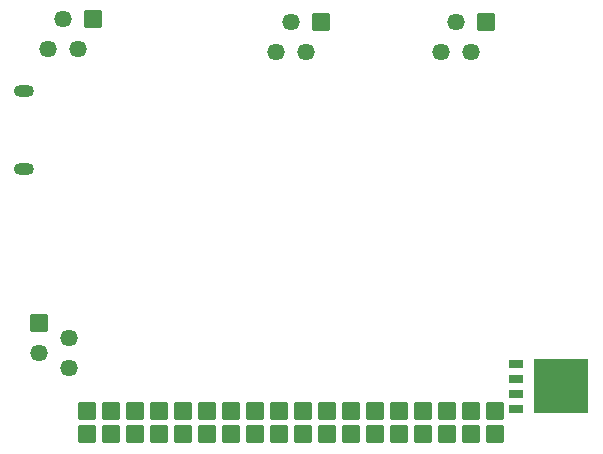
<source format=gbs>
G04 Layer: BottomSolderMaskLayer*
G04 EasyEDA v6.5.22, 2022-12-05 22:01:04*
G04 d1a99e3ffb4d45b387634f4a3d5e2a22,8bbad783b4b447a482771b0ae512d992,10*
G04 Gerber Generator version 0.2*
G04 Scale: 100 percent, Rotated: No, Reflected: No *
G04 Dimensions in inches *
G04 leading zeros omitted , absolute positions ,3 integer and 6 decimal *
%FSLAX36Y36*%
%MOIN*%

%AMMACRO1*1,1,$1,$2,$3*1,1,$1,$4,$5*1,1,$1,0-$2,0-$3*1,1,$1,0-$4,0-$5*20,1,$1,$2,$3,$4,$5,0*20,1,$1,$4,$5,0-$2,0-$3,0*20,1,$1,0-$2,0-$3,0-$4,0-$5,0*20,1,$1,0-$4,0-$5,$2,$3,0*4,1,4,$2,$3,$4,$5,0-$2,0-$3,0-$4,0-$5,$2,$3,0*%
%ADD10MACRO1,0.004X0.0197X-0.0117X0.0197X0.0117*%
%ADD11MACRO1,0.004X0.0886X-0.0886X0.0886X0.0886*%
%ADD12MACRO1,0.004X0.0266X0.0278X-0.0266X0.0278*%
%ADD13MACRO1,0.004X0.0266X-0.0278X-0.0266X-0.0278*%
%ADD14MACRO1,0.004X0.0267X-0.0267X-0.0267X-0.0267*%
%ADD15C,0.0575*%
%ADD16MACRO1,0.004X0.0267X0.0267X0.0267X-0.0267*%
%ADD17O,0.066992X0.039432999999999996*%

%LPD*%
D10*
G01*
X1699849Y-1389999D03*
G01*
X1699849Y-1339999D03*
G01*
X1699849Y-1289999D03*
G01*
X1699849Y-1239999D03*
D11*
G01*
X1850150Y-1314999D03*
D12*
G01*
X1630000Y-1474369D03*
D13*
G01*
X1630000Y-1395628D03*
D12*
G01*
X1550000Y-1474369D03*
D13*
G01*
X1550000Y-1395628D03*
D12*
G01*
X1470000Y-1474369D03*
D13*
G01*
X1470000Y-1395628D03*
D12*
G01*
X1390000Y-1474369D03*
D13*
G01*
X1390000Y-1395628D03*
D12*
G01*
X1310000Y-1474369D03*
D13*
G01*
X1310000Y-1395628D03*
D12*
G01*
X1230000Y-1474369D03*
D13*
G01*
X1230000Y-1395628D03*
D12*
G01*
X1150000Y-1474371D03*
D13*
G01*
X1150000Y-1395628D03*
D12*
G01*
X1070000Y-1474371D03*
D13*
G01*
X1070000Y-1395628D03*
D12*
G01*
X990000Y-1474371D03*
D13*
G01*
X990000Y-1395628D03*
D12*
G01*
X910000Y-1474371D03*
D13*
G01*
X910000Y-1395628D03*
D12*
G01*
X830000Y-1474371D03*
D13*
G01*
X830000Y-1395628D03*
D12*
G01*
X750000Y-1474371D03*
D13*
G01*
X750000Y-1395628D03*
D12*
G01*
X270000Y-1474371D03*
D13*
G01*
X270000Y-1395628D03*
D12*
G01*
X350000Y-1474371D03*
D13*
G01*
X350000Y-1395628D03*
D12*
G01*
X430000Y-1474371D03*
D13*
G01*
X430000Y-1395628D03*
D12*
G01*
X510000Y-1474371D03*
D13*
G01*
X510000Y-1395628D03*
D12*
G01*
X590000Y-1474371D03*
D13*
G01*
X590000Y-1395628D03*
D12*
G01*
X670000Y-1474371D03*
D13*
G01*
X670000Y-1395628D03*
D14*
G01*
X1600000Y-100000D03*
D15*
G01*
X1550000Y-200000D03*
G01*
X1500000Y-100000D03*
G01*
X1450000Y-200000D03*
D14*
G01*
X290000Y-90000D03*
D15*
G01*
X240000Y-190000D03*
G01*
X190000Y-90000D03*
G01*
X140000Y-190000D03*
D14*
G01*
X1050000Y-100000D03*
D15*
G01*
X1000000Y-200000D03*
G01*
X950000Y-100000D03*
G01*
X900000Y-200000D03*
D16*
G01*
X110000Y-1105000D03*
D15*
G01*
X210000Y-1155000D03*
G01*
X110000Y-1205000D03*
G01*
X210000Y-1255000D03*
D17*
G01*
X60000Y-330079D03*
G01*
X60000Y-589920D03*
M02*

</source>
